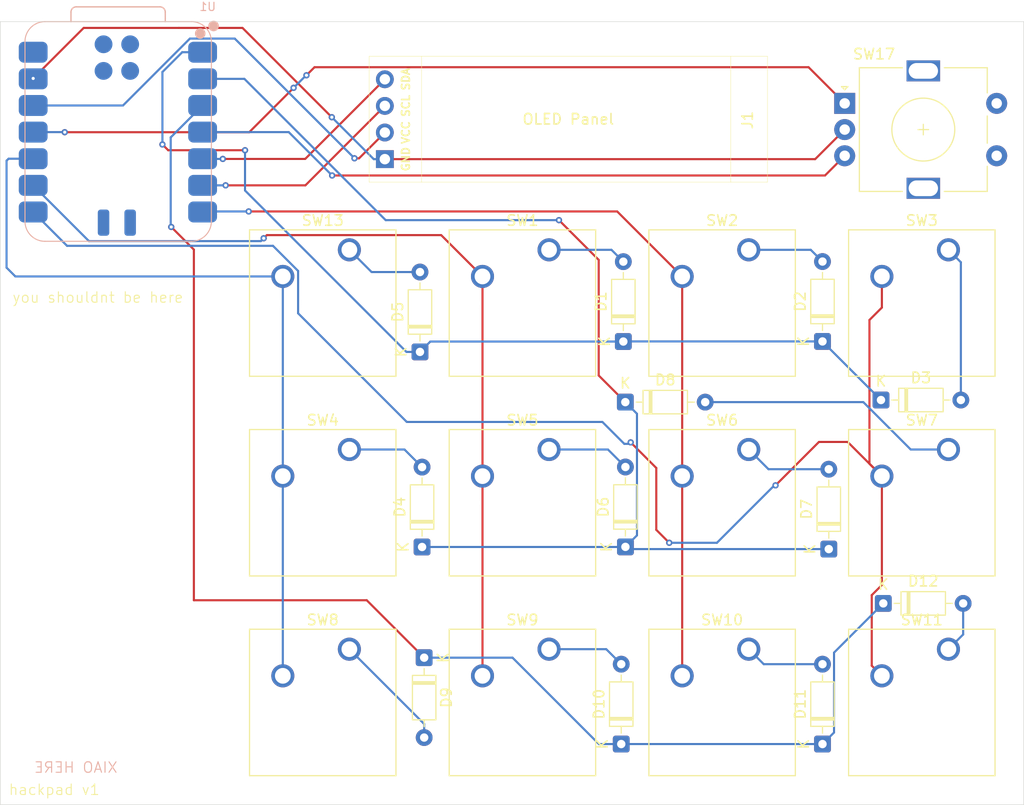
<source format=kicad_pcb>
(kicad_pcb (version 20241229) (generator "pcbnew") (generator_version "9.0")
  (layers (0 "F.Cu" signal) (2 "B.Cu" signal) (13 "F.Paste" user) (15 "B.Paste" user) (5 "F.SilkS" user "F.Silkscreen") (7 "B.SilkS" user "B.Silkscreen") (1 "F.Mask" user) (3 "B.Mask" user) (25 "Edge.Cuts" user))
  (net 0 "")
  (net 1 "Net-(D1-K)")
  (net 2 "Net-(D1-A)")
  (net 3 "Net-(D2-A)")
  (net 4 "Net-(D3-A)")
  (net 5 "Net-(D4-A)")
  (net 6 "Net-(D4-K)")
  (net 7 "Net-(D5-A)")
  (net 8 "Net-(D6-A)")
  (net 9 "Net-(D7-A)")
  (net 10 "Net-(D8-A)")
  (net 11 "Net-(D9-A)")
  (net 12 "Net-(D10-K)")
  (net 13 "Net-(D10-A)")
  (net 14 "Net-(D11-A)")
  (net 15 "Net-(D12-A)")
  (net 16 "SCL")
  (net 17 "+3.3V")
  (net 18 "GND")
  (net 19 "SDA")
  (net 20 "Net-(U1-GPIO2_D8_SCK)")
  (net 21 "Net-(U1-GPIO0_D6_TX)")
  (net 22 "Net-(U1-GPIO1_D7_CSn_RX)")
  (net 23 "Net-(U1-GPIO4_D9_MISO)")
  (net 24 "Net-(U1-GPIO3_D10_MOSI)")
  (net 25 "Net-(U1-GPIO29_A3_D3)")
  (net 26 "+5V")
  (footprint "Diode_THT:D_DO-35_SOD27_P7.62mm_Horizontal" (layer "F.Cu") (at 133.4 99.22 90)
    (property "Reference" "D11" (at 3.81 -2.12 90) (layer "F.SilkS"))
    (property "Value" "1N4148")
    (fp_line (start 2.53 -1.12) (end 2.53 1.12) (stroke (width 0.12)) (layer "F.SilkS"))
    (fp_line (start 2.41 -1.12) (end 2.41 1.12) (stroke (width 0.12)) (layer "F.SilkS"))
    (fp_line (start 2.29 -1.12) (end 2.29 1.12) (stroke (width 0.12)) (layer "F.SilkS"))
    (fp_line (start 6.58 0) (end 5.93 0) (stroke (width 0.12)) (layer "F.SilkS"))
    (fp_line (start 1.04 0) (end 1.69 0) (stroke (width 0.12)) (layer "F.SilkS"))
    (fp_rect (start 1.69 -1.12) (end 5.93 1.12) (stroke (width 0.12)) (fill no) (layer "F.SilkS"))
    (fp_text user "K" (at 0 -1.8 90) (layer "F.SilkS"))
    (pad "1" thru_hole roundrect (at 0 0 90) (size 1.6 1.6) (drill 0.8) (layers "*.Cu" "*.Mask") (roundrect_rratio 0.15625) (net 12 "Net-(D10-K)"))
    (pad "2" thru_hole circle (at 7.62 0 90) (size 1.6 1.6) (drill 0.8) (layers "*.Cu" "*.Mask") (net 14 "Net-(D11-A)"))
  )
  (footprint "Button_Switch_Keyboard:SW_Cherry_MX_1.00u_PCB" (layer "F.Cu") (at 107.315 90.17)
    (property "Reference" "SW9" (at -2.54 -2.794 0) (layer "F.SilkS"))
    (property "Value" "SW_Push")
    (fp_line (start -9.525 -1.905) (end 4.445 -1.905) (stroke (width 0.12)) (layer "F.SilkS"))
    (fp_line (start -9.525 12.065) (end -9.525 -1.905) (stroke (width 0.12)) (layer "F.SilkS"))
    (fp_line (start 4.445 -1.905) (end 4.445 12.065) (stroke (width 0.12)) (layer "F.SilkS"))
    (fp_line (start 4.445 12.065) (end -9.525 12.065) (stroke (width 0.12)) (layer "F.SilkS"))
    (pad "" np_thru_hole circle (at -7.62 5.08) (size 1.7 1.7) (drill 1.7) (layers "*.Cu" "*.Mask"))
    (pad "" np_thru_hole circle (at -2.54 5.08) (size 4 4) (drill 4) (layers "*.Cu" "*.Mask"))
    (pad "" np_thru_hole circle (at 2.54 5.08) (size 1.7 1.7) (drill 1.7) (layers "*.Cu" "*.Mask"))
    (pad "1" thru_hole circle (at 0 0) (size 2.2 2.2) (drill 1.5) (layers "*.Cu" "*.Mask") (net 13 "Net-(D10-A)"))
    (pad "2" thru_hole circle (at -6.35 2.54) (size 2.2 2.2) (drill 1.5) (layers "*.Cu" "*.Mask") (net 20 "Net-(U1-GPIO2_D8_SCK)"))
  )
  (footprint "Diode_THT:D_DO-35_SOD27_P7.62mm_Horizontal" (layer "F.Cu") (at 114.4 60.82 90)
    (property "Reference" "D1" (at 3.81 -2.12 90) (layer "F.SilkS"))
    (property "Value" "1N4148")
    (fp_line (start 2.53 -1.12) (end 2.53 1.12) (stroke (width 0.12)) (layer "F.SilkS"))
    (fp_line (start 2.41 -1.12) (end 2.41 1.12) (stroke (width 0.12)) (layer "F.SilkS"))
    (fp_line (start 2.29 -1.12) (end 2.29 1.12) (stroke (width 0.12)) (layer "F.SilkS"))
    (fp_line (start 6.58 0) (end 5.93 0) (stroke (width 0.12)) (layer "F.SilkS"))
    (fp_line (start 1.04 0) (end 1.69 0) (stroke (width 0.12)) (layer "F.SilkS"))
    (fp_rect (start 1.69 -1.12) (end 5.93 1.12) (stroke (width 0.12)) (fill no) (layer "F.SilkS"))
    (fp_text user "K" (at 0 -1.8 90) (layer "F.SilkS"))
    (pad "1" thru_hole roundrect (at 0 0 90) (size 1.6 1.6) (drill 0.8) (layers "*.Cu" "*.Mask") (roundrect_rratio 0.15625) (net 1 "Net-(D1-K)"))
    (pad "2" thru_hole circle (at 7.62 0 90) (size 1.6 1.6) (drill 0.8) (layers "*.Cu" "*.Mask") (net 2 "Net-(D1-A)"))
  )
  (footprint "Button_Switch_Keyboard:SW_Cherry_MX_1.00u_PCB" (layer "F.Cu") (at 145.415 52.07)
    (property "Reference" "SW3" (at -2.54 -2.794 0) (layer "F.SilkS"))
    (property "Value" "SW_Push")
    (fp_line (start -9.525 -1.905) (end 4.445 -1.905) (stroke (width 0.12)) (layer "F.SilkS"))
    (fp_line (start -9.525 12.065) (end -9.525 -1.905) (stroke (width 0.12)) (layer "F.SilkS"))
    (fp_line (start 4.445 -1.905) (end 4.445 12.065) (stroke (width 0.12)) (layer "F.SilkS"))
    (fp_line (start 4.445 12.065) (end -9.525 12.065) (stroke (width 0.12)) (layer "F.SilkS"))
    (pad "" np_thru_hole circle (at -7.62 5.08) (size 1.7 1.7) (drill 1.7) (layers "*.Cu" "*.Mask"))
    (pad "" np_thru_hole circle (at -2.54 5.08) (size 4 4) (drill 4) (layers "*.Cu" "*.Mask"))
    (pad "" np_thru_hole circle (at 2.54 5.08) (size 1.7 1.7) (drill 1.7) (layers "*.Cu" "*.Mask"))
    (pad "1" thru_hole circle (at 0 0) (size 2.2 2.2) (drill 1.5) (layers "*.Cu" "*.Mask") (net 4 "Net-(D3-A)"))
    (pad "2" thru_hole circle (at -6.35 2.54) (size 2.2 2.2) (drill 1.5) (layers "*.Cu" "*.Mask") (net 22 "Net-(U1-GPIO1_D7_CSn_RX)"))
  )
  (footprint "Diode_THT:D_DO-35_SOD27_P7.62mm_Horizontal" (layer "F.Cu") (at 95.2 80.42 90)
    (property "Reference" "D4" (at 3.81 -2.12 90) (layer "F.SilkS"))
    (property "Value" "1N4148")
    (fp_line (start 2.53 -1.12) (end 2.53 1.12) (stroke (width 0.12)) (layer "F.SilkS"))
    (fp_line (start 2.41 -1.12) (end 2.41 1.12) (stroke (width 0.12)) (layer "F.SilkS"))
    (fp_line (start 2.29 -1.12) (end 2.29 1.12) (stroke (width 0.12)) (layer "F.SilkS"))
    (fp_line (start 6.58 0) (end 5.93 0) (stroke (width 0.12)) (layer "F.SilkS"))
    (fp_line (start 1.04 0) (end 1.69 0) (stroke (width 0.12)) (layer "F.SilkS"))
    (fp_rect (start 1.69 -1.12) (end 5.93 1.12) (stroke (width 0.12)) (fill no) (layer "F.SilkS"))
    (fp_text user "K" (at 0 -1.8 90) (layer "F.SilkS"))
    (pad "1" thru_hole roundrect (at 0 0 90) (size 1.6 1.6) (drill 0.8) (layers "*.Cu" "*.Mask") (roundrect_rratio 0.15625) (net 6 "Net-(D4-K)"))
    (pad "2" thru_hole circle (at 7.62 0 90) (size 1.6 1.6) (drill 0.8) (layers "*.Cu" "*.Mask") (net 5 "Net-(D4-A)"))
  )
  (footprint "Diode_THT:D_DO-35_SOD27_P7.62mm_Horizontal" (layer "F.Cu") (at 133.4 60.81 90)
    (property "Reference" "D2" (at 3.81 -2.12 90) (layer "F.SilkS"))
    (property "Value" "1N4148")
    (fp_line (start 2.53 -1.12) (end 2.53 1.12) (stroke (width 0.12)) (layer "F.SilkS"))
    (fp_line (start 2.41 -1.12) (end 2.41 1.12) (stroke (width 0.12)) (layer "F.SilkS"))
    (fp_line (start 2.29 -1.12) (end 2.29 1.12) (stroke (width 0.12)) (layer "F.SilkS"))
    (fp_line (start 6.58 0) (end 5.93 0) (stroke (width 0.12)) (layer "F.SilkS"))
    (fp_line (start 1.04 0) (end 1.69 0) (stroke (width 0.12)) (layer "F.SilkS"))
    (fp_rect (start 1.69 -1.12) (end 5.93 1.12) (stroke (width 0.12)) (fill no) (layer "F.SilkS"))
    (fp_text user "K" (at 0 -1.8 90) (layer "F.SilkS"))
    (pad "1" thru_hole roundrect (at 0 0 90) (size 1.6 1.6) (drill 0.8) (layers "*.Cu" "*.Mask") (roundrect_rratio 0.15625) (net 1 "Net-(D1-K)"))
    (pad "2" thru_hole circle (at 7.62 0 90) (size 1.6 1.6) (drill 0.8) (layers "*.Cu" "*.Mask") (net 3 "Net-(D2-A)"))
  )
  (footprint "Button_Switch_Keyboard:SW_Cherry_MX_1.00u_PCB" (layer "F.Cu") (at 88.265 52.07)
    (property "Reference" "SW13" (at -2.54 -2.794 0) (layer "F.SilkS"))
    (property "Value" "SW_Push")
    (fp_line (start -9.525 -1.905) (end 4.445 -1.905) (stroke (width 0.12)) (layer "F.SilkS"))
    (fp_line (start -9.525 12.065) (end -9.525 -1.905) (stroke (width 0.12)) (layer "F.SilkS"))
    (fp_line (start 4.445 -1.905) (end 4.445 12.065) (stroke (width 0.12)) (layer "F.SilkS"))
    (fp_line (start 4.445 12.065) (end -9.525 12.065) (stroke (width 0.12)) (layer "F.SilkS"))
    (pad "" np_thru_hole circle (at -7.62 5.08) (size 1.7 1.7) (drill 1.7) (layers "*.Cu" "*.Mask"))
    (pad "" np_thru_hole circle (at -2.54 5.08) (size 4 4) (drill 4) (layers "*.Cu" "*.Mask"))
    (pad "" np_thru_hole circle (at 2.54 5.08) (size 1.7 1.7) (drill 1.7) (layers "*.Cu" "*.Mask"))
    (pad "1" thru_hole circle (at 0 0) (size 2.2 2.2) (drill 1.5) (layers "*.Cu" "*.Mask") (net 7 "Net-(D5-A)"))
    (pad "2" thru_hole circle (at -6.35 2.54) (size 2.2 2.2) (drill 1.5) (layers "*.Cu" "*.Mask") (net 23 "Net-(U1-GPIO4_D9_MISO)"))
  )
  (footprint "Diode_THT:D_DO-35_SOD27_P7.62mm_Horizontal" (layer "F.Cu") (at 114.2 99.22 90)
    (property "Reference" "D10" (at 3.81 -2.12 90) (layer "F.SilkS"))
    (property "Value" "1N4148")
    (fp_line (start 2.53 -1.12) (end 2.53 1.12) (stroke (width 0.12)) (layer "F.SilkS"))
    (fp_line (start 2.41 -1.12) (end 2.41 1.12) (stroke (width 0.12)) (layer "F.SilkS"))
    (fp_line (start 2.29 -1.12) (end 2.29 1.12) (stroke (width 0.12)) (layer "F.SilkS"))
    (fp_line (start 6.58 0) (end 5.93 0) (stroke (width 0.12)) (layer "F.SilkS"))
    (fp_line (start 1.04 0) (end 1.69 0) (stroke (width 0.12)) (layer "F.SilkS"))
    (fp_rect (start 1.69 -1.12) (end 5.93 1.12) (stroke (width 0.12)) (fill no) (layer "F.SilkS"))
    (fp_text user "K" (at 0 -1.8 90) (layer "F.SilkS"))
    (pad "1" thru_hole roundrect (at 0 0 90) (size 1.6 1.6) (drill 0.8) (layers "*.Cu" "*.Mask") (roundrect_rratio 0.15625) (net 12 "Net-(D10-K)"))
    (pad "2" thru_hole circle (at 7.62 0 90) (size 1.6 1.6) (drill 0.8) (layers "*.Cu" "*.Mask") (net 13 "Net-(D10-A)"))
  )
  (footprint "Diode_THT:D_DO-35_SOD27_P7.62mm_Horizontal" (layer "F.Cu") (at 114.6 80.41 90)
    (property "Reference" "D6" (at 3.81 -2.12 90) (layer "F.SilkS"))
    (property "Value" "1N4148")
    (fp_line (start 2.53 -1.12) (end 2.53 1.12) (stroke (width 0.12)) (layer "F.SilkS"))
    (fp_line (start 2.41 -1.12) (end 2.41 1.12) (stroke (width 0.12)) (layer "F.SilkS"))
    (fp_line (start 2.29 -1.12) (end 2.29 1.12) (stroke (width 0.12)) (layer "F.SilkS"))
    (fp_line (start 6.58 0) (end 5.93 0) (stroke (width 0.12)) (layer "F.SilkS"))
    (fp_line (start 1.04 0) (end 1.69 0) (stroke (width 0.12)) (layer "F.SilkS"))
    (fp_rect (start 1.69 -1.12) (end 5.93 1.12) (stroke (width 0.12)) (fill no) (layer "F.SilkS"))
    (fp_text user "K" (at 0 -1.8 90) (layer "F.SilkS"))
    (pad "1" thru_hole roundrect (at 0 0 90) (size 1.6 1.6) (drill 0.8) (layers "*.Cu" "*.Mask") (roundrect_rratio 0.15625) (net 6 "Net-(D4-K)"))
    (pad "2" thru_hole circle (at 7.62 0 90) (size 1.6 1.6) (drill 0.8) (layers "*.Cu" "*.Mask") (net 8 "Net-(D6-A)"))
  )
  (footprint "Button_Switch_Keyboard:SW_Cherry_MX_1.00u_PCB" (layer "F.Cu") (at 107.315 71.12)
    (property "Reference" "SW5" (at -2.54 -2.794 0) (layer "F.SilkS"))
    (property "Value" "SW_Push")
    (fp_line (start -9.525 -1.905) (end 4.445 -1.905) (stroke (width 0.12)) (layer "F.SilkS"))
    (fp_line (start -9.525 12.065) (end -9.525 -1.905) (stroke (width 0.12)) (layer "F.SilkS"))
    (fp_line (start 4.445 -1.905) (end 4.445 12.065) (stroke (width 0.12)) (layer "F.SilkS"))
    (fp_line (start 4.445 12.065) (end -9.525 12.065) (stroke (width 0.12)) (layer "F.SilkS"))
    (pad "" np_thru_hole circle (at -7.62 5.08) (size 1.7 1.7) (drill 1.7) (layers "*.Cu" "*.Mask"))
    (pad "" np_thru_hole circle (at -2.54 5.08) (size 4 4) (drill 4) (layers "*.Cu" "*.Mask"))
    (pad "" np_thru_hole circle (at 2.54 5.08) (size 1.7 1.7) (drill 1.7) (layers "*.Cu" "*.Mask"))
    (pad "1" thru_hole circle (at 0 0) (size 2.2 2.2) (drill 1.5) (layers "*.Cu" "*.Mask") (net 8 "Net-(D6-A)"))
    (pad "2" thru_hole circle (at -6.35 2.54) (size 2.2 2.2) (drill 1.5) (layers "*.Cu" "*.Mask") (net 20 "Net-(U1-GPIO2_D8_SCK)"))
  )
  (footprint "Diode_THT:D_DO-35_SOD27_P7.62mm_Horizontal" (layer "F.Cu") (at 95.4 90.98 -90)
    (property "Reference" "D9" (at 3.81 -2.12 90) (layer "F.SilkS"))
    (property "Value" "1N4148")
    (fp_line (start 1.04 0) (end 1.69 0) (stroke (width 0.12)) (layer "F.SilkS"))
    (fp_line (start 6.58 0) (end 5.93 0) (stroke (width 0.12)) (layer "F.SilkS"))
    (fp_line (start 2.29 -1.12) (end 2.29 1.12) (stroke (width 0.12)) (layer "F.SilkS"))
    (fp_line (start 2.41 -1.12) (end 2.41 1.12) (stroke (width 0.12)) (layer "F.SilkS"))
    (fp_line (start 2.53 -1.12) (end 2.53 1.12) (stroke (width 0.12)) (layer "F.SilkS"))
    (fp_rect (start 1.69 -1.12) (end 5.93 1.12) (stroke (width 0.12)) (fill no) (layer "F.SilkS"))
    (fp_text user "K" (at 0 -1.8 90) (layer "F.SilkS"))
    (pad "1" thru_hole roundrect (at 0 0 270) (size 1.6 1.6) (drill 0.8) (layers "*.Cu" "*.Mask") (roundrect_rratio 0.15625) (net 12 "Net-(D10-K)"))
    (pad "2" thru_hole circle (at 7.62 0 270) (size 1.6 1.6) (drill 0.8) (layers "*.Cu" "*.Mask") (net 11 "Net-(D9-A)"))
  )
  (footprint "Button_Switch_Keyboard:SW_Cherry_MX_1.00u_PCB" (layer "F.Cu") (at 126.365 52.07)
    (property "Reference" "SW2" (at -2.54 -2.794 0) (layer "F.SilkS"))
    (property "Value" "SW_Push")
    (fp_line (start -9.525 -1.905) (end 4.445 -1.905) (stroke (width 0.12)) (layer "F.SilkS"))
    (fp_line (start -9.525 12.065) (end -9.525 -1.905) (stroke (width 0.12)) (layer "F.SilkS"))
    (fp_line (start 4.445 -1.905) (end 4.445 12.065) (stroke (width 0.12)) (layer "F.SilkS"))
    (fp_line (start 4.445 12.065) (end -9.525 12.065) (stroke (width 0.12)) (layer "F.SilkS"))
    (pad "" np_thru_hole circle (at -7.62 5.08) (size 1.7 1.7) (drill 1.7) (layers "*.Cu" "*.Mask"))
    (pad "" np_thru_hole circle (at -2.54 5.08) (size 4 4) (drill 4) (layers "*.Cu" "*.Mask"))
    (pad "" np_thru_hole circle (at 2.54 5.08) (size 1.7 1.7) (drill 1.7) (layers "*.Cu" "*.Mask"))
    (pad "1" thru_hole circle (at 0 0) (size 2.2 2.2) (drill 1.5) (layers "*.Cu" "*.Mask") (net 3 "Net-(D2-A)"))
    (pad "2" thru_hole circle (at -6.35 2.54) (size 2.2 2.2) (drill 1.5) (layers "*.Cu" "*.Mask") (net 21 "Net-(U1-GPIO0_D6_TX)"))
  )
  (footprint "Button_Switch_Keyboard:SW_Cherry_MX_1.00u_PCB" (layer "F.Cu") (at 126.365 71.12)
    (property "Reference" "SW6" (at -2.54 -2.794 0) (layer "F.SilkS"))
    (property "Value" "SW_Push")
    (fp_line (start -9.525 -1.905) (end 4.445 -1.905) (stroke (width 0.12)) (layer "F.SilkS"))
    (fp_line (start -9.525 12.065) (end -9.525 -1.905) (stroke (width 0.12)) (layer "F.SilkS"))
    (fp_line (start 4.445 -1.905) (end 4.445 12.065) (stroke (width 0.12)) (layer "F.SilkS"))
    (fp_line (start 4.445 12.065) (end -9.525 12.065) (stroke (width 0.12)) (layer "F.SilkS"))
    (pad "" np_thru_hole circle (at -7.62 5.08) (size 1.7 1.7) (drill 1.7) (layers "*.Cu" "*.Mask"))
    (pad "" np_thru_hole circle (at -2.54 5.08) (size 4 4) (drill 4) (layers "*.Cu" "*.Mask"))
    (pad "" np_thru_hole circle (at 2.54 5.08) (size 1.7 1.7) (drill 1.7) (layers "*.Cu" "*.Mask"))
    (pad "1" thru_hole circle (at 0 0) (size 2.2 2.2) (drill 1.5) (layers "*.Cu" "*.Mask") (net 9 "Net-(D7-A)"))
    (pad "2" thru_hole circle (at -6.35 2.54) (size 2.2 2.2) (drill 1.5) (layers "*.Cu" "*.Mask") (net 21 "Net-(U1-GPIO0_D6_TX)"))
  )
  (footprint "Diode_THT:D_DO-35_SOD27_P7.62mm_Horizontal" (layer "F.Cu") (at 134 80.62 90)
    (property "Reference" "D7" (at 3.81 -2.12 90) (layer "F.SilkS"))
    (property "Value" "1N4148")
    (fp_line (start 2.53 -1.12) (end 2.53 1.12) (stroke (width 0.12)) (layer "F.SilkS"))
    (fp_line (start 2.41 -1.12) (end 2.41 1.12) (stroke (width 0.12)) (layer "F.SilkS"))
    (fp_line (start 2.29 -1.12) (end 2.29 1.12) (stroke (width 0.12)) (layer "F.SilkS"))
    (fp_line (start 6.58 0) (end 5.93 0) (stroke (width 0.12)) (layer "F.SilkS"))
    (fp_line (start 1.04 0) (end 1.69 0) (stroke (width 0.12)) (layer "F.SilkS"))
    (fp_rect (start 1.69 -1.12) (end 5.93 1.12) (stroke (width 0.12)) (fill no) (layer "F.SilkS"))
    (fp_text user "K" (at 0 -1.8 90) (layer "F.SilkS"))
    (pad "1" thru_hole roundrect (at 0 0 90) (size 1.6 1.6) (drill 0.8) (layers "*.Cu" "*.Mask") (roundrect_rratio 0.15625) (net 6 "Net-(D4-K)"))
    (pad "2" thru_hole circle (at 7.62 0 90) (size 1.6 1.6) (drill 0.8) (layers "*.Cu" "*.Mask") (net 9 "Net-(D7-A)"))
  )
  (footprint "Button_Switch_Keyboard:SW_Cherry_MX_1.00u_PCB" (layer "F.Cu") (at 88.265 90.17)
    (property "Reference" "SW8" (at -2.54 -2.794 0) (layer "F.SilkS"))
    (property "Value" "SW_Push")
    (fp_line (start -9.525 -1.905) (end 4.445 -1.905) (stroke (width 0.12)) (layer "F.SilkS"))
    (fp_line (start -9.525 12.065) (end -9.525 -1.905) (stroke (width 0.12)) (layer "F.SilkS"))
    (fp_line (start 4.445 -1.905) (end 4.445 12.065) (stroke (width 0.12)) (layer "F.SilkS"))
    (fp_line (start 4.445 12.065) (end -9.525 12.065) (stroke (width 0.12)) (layer "F.SilkS"))
    (pad "" np_thru_hole circle (at -7.62 5.08) (size 1.7 1.7) (drill 1.7) (layers "*.Cu" "*.Mask"))
    (pad "" np_thru_hole circle (at -2.54 5.08) (size 4 4) (drill 4) (layers "*.Cu" "*.Mask"))
    (pad "" np_thru_hole circle (at 2.54 5.08) (size 1.7 1.7) (drill 1.7) (layers "*.Cu" "*.Mask"))
    (pad "1" thru_hole circle (at 0 0) (size 2.2 2.2) (drill 1.5) (layers "*.Cu" "*.Mask") (net 11 "Net-(D9-A)"))
    (pad "2" thru_hole circle (at -6.35 2.54) (size 2.2 2.2) (drill 1.5) (layers "*.Cu" "*.Mask") (net 23 "Net-(U1-GPIO4_D9_MISO)"))
  )
  (footprint "Diode_THT:D_DO-35_SOD27_P7.62mm_Horizontal" (layer "F.Cu") (at 139.2 85.8)
    (property "Reference" "D12" (at 3.81 -2.12 0) (layer "F.SilkS"))
    (property "Value" "1N4148")
    (fp_line (start 1.04 0) (end 1.69 0) (stroke (width 0.12)) (layer "F.SilkS"))
    (fp_line (start 2.29 -1.12) (end 2.29 1.12) (stroke (width 0.12)) (layer "F.SilkS"))
    (fp_line (start 2.41 -1.12) (end 2.41 1.12) (stroke (width 0.12)) (layer "F.SilkS"))
    (fp_line (start 2.53 -1.12) (end 2.53 1.12) (stroke (width 0.12)) (layer "F.SilkS"))
    (fp_line (start 6.58 0) (end 5.93 0) (stroke (width 0.12)) (layer "F.SilkS"))
    (fp_rect (start 1.69 -1.12) (end 5.93 1.12) (stroke (width 0.12)) (fill no) (layer "F.SilkS"))
    (fp_text user "K" (at 0 -1.8 0) (layer "F.SilkS"))
    (pad "1" thru_hole roundrect (at 0 0) (size 1.6 1.6) (drill 0.8) (layers "*.Cu" "*.Mask") (roundrect_rratio 0.15625) (net 12 "Net-(D10-K)"))
    (pad "2" thru_hole circle (at 7.62 0) (size 1.6 1.6) (drill 0.8) (layers "*.Cu" "*.Mask") (net 15 "Net-(D12-A)"))
  )
  (footprint "ff:SSD1306-0.91-OLED-4pin-128x32" (layer "F.Cu") (at 128.15 45.61 180)
    (property "Reference" "J1" (at 1.9 5.91 90) (layer "F.SilkS"))
    (property "Value" "Conn_01x04_Pin")
    (fp_line (start 38 12) (end 38 0) (stroke (width 0.04)) (layer "F.SilkS"))
    (fp_line (start 38 0) (end 0 0) (stroke (width 0.04)) (layer "F.SilkS"))
    (fp_line (start 33 0) (end 33 12) (stroke (width 0.04)) (layer "F.SilkS"))
    (fp_line (start 3.5 0) (end 3.5 12) (stroke (width 0.04)) (layer "F.SilkS"))
    (fp_line (start 0 12) (end 38 12) (stroke (width 0.04)) (layer "F.SilkS"))
    (fp_line (start 0 0) (end 0 12) (stroke (width 0.04)) (layer "F.SilkS"))
    (fp_text user "GND" (at 34.5 2.19 90) (layer "F.SilkS") (effects (font (size 0.75 0.75))))
    (fp_text user "OLED Panel" (at 19 6 0) (layer "F.SilkS"))
    (fp_text user "SCL" (at 34.5 7.27 90) (layer "F.SilkS") (effects (font (size 0.75 0.75))))
    (fp_text user "VCC" (at 34.5 4.73 90) (layer "F.SilkS") (effects (font (size 0.75 0.75))))
    (fp_text user "SDA" (at 34.5 9.81 90) (layer "F.SilkS") (effects (font (size 0.75 0.75))))
    (pad "1" thru_hole rect (at 36.5 2.19 180) (size 1.7 1.7) (drill 1) (layers "*.Cu" "*.Mask") (net 18 "GND"))
    (pad "2" thru_hole oval (at 36.5 4.73 180) (size 1.7 1.7) (drill 1) (layers "*.Cu" "*.Mask") (net 17 "+3.3V"))
    (pad "3" thru_hole oval (at 36.5 7.27 180) (size 1.7 1.7) (drill 1) (layers "*.Cu" "*.Mask") (net 16 "SCL"))
    (pad "4" thru_hole oval (at 36.5 9.81 180) (size 1.7 1.7) (drill 1) (layers "*.Cu" "*.Mask") (net 19 "SDA"))
  )
  (footprint "Button_Switch_Keyboard:SW_Cherry_MX_1.00u_PCB" (layer "F.Cu") (at 145.415 90.17)
    (property "Reference" "SW11" (at -2.54 -2.794 0) (layer "F.SilkS"))
    (property "Value" "SW_Push")
    (fp_line (start -9.525 -1.905) (end 4.445 -1.905) (stroke (width 0.12)) (layer "F.SilkS"))
    (fp_line (start -9.525 12.065) (end -9.525 -1.905) (stroke (width 0.12)) (layer "F.SilkS"))
    (fp_line (start 4.445 -1.905) (end 4.445 12.065) (stroke (width 0.12)) (layer "F.SilkS"))
    (fp_line (start 4.445 12.065) (end -9.525 12.065) (stroke (width 0.12)) (layer "F.SilkS"))
    (pad "" np_thru_hole circle (at -7.62 5.08) (size 1.7 1.7) (drill 1.7) (layers "*.Cu" "*.Mask"))
    (pad "" np_thru_hole circle (at -2.54 5.08) (size 4 4) (drill 4) (layers "*.Cu" "*.Mask"))
    (pad "" np_thru_hole circle (at 2.54 5.08) (size 1.7 1.7) (drill 1.7) (layers "*.Cu" "*.Mask"))
    (pad "1" thru_hole circle (at 0 0) (size 2.2 2.2) (drill 1.5) (layers "*.Cu" "*.Mask") (net 15 "Net-(D12-A)"))
    (pad "2" thru_hole circle (at -6.35 2.54) (size 2.2 2.2) (drill 1.5) (layers "*.Cu" "*.Mask") (net 22 "Net-(U1-GPIO1_D7_CSn_RX)"))
  )
  (footprint "Diode_THT:D_DO-35_SOD27_P7.62mm_Horizontal" (layer "F.Cu") (at 114.59 66.6)
    (property "Reference" "D8" (at 3.81 -2.12 0) (layer "F.SilkS"))
    (property "Value" "1N4148")
    (fp_line (start 1.04 0) (end 1.69 0) (stroke (width 0.12)) (layer "F.SilkS"))
    (fp_line (start 2.29 -1.12) (end 2.29 1.12) (stroke (width 0.12)) (layer "F.SilkS"))
    (fp_line (start 2.41 -1.12) (end 2.41 1.12) (stroke (width 0.12)) (layer "F.SilkS"))
    (fp_line (start 2.53 -1.12) (end 2.53 1.12) (stroke (width 0.12)) (layer "F.SilkS"))
    (fp_line (start 6.58 0) (end 5.93 0) (stroke (width 0.12)) (layer "F.SilkS"))
    (fp_rect (start 1.69 -1.12) (end 5.93 1.12) (stroke (width 0.12)) (fill no) (layer "F.SilkS"))
    (fp_text user "K" (at 0 -1.8 0) (layer "F.SilkS"))
    (pad "1" thru_hole roundrect (at 0 0) (size 1.6 1.6) (drill 0.8) (layers "*.Cu" "*.Mask") (roundrect_rratio 0.15625) (net 6 "Net-(D4-K)"))
    (pad "2" thru_hole circle (at 7.62 0) (size 1.6 1.6) (drill 0.8) (layers "*.Cu" "*.Mask") (net 10 "Net-(D8-A)"))
  )
  (footprint "Diode_THT:D_DO-35_SOD27_P7.62mm_Horizontal" (layer "F.Cu") (at 95 61.81 90)
    (property "Reference" "D5" (at 3.81 -2.12 90) (layer "F.SilkS"))
    (property "Value" "1N4148")
    (fp_line (start 2.53 -1.12) (end 2.53 1.12) (stroke (width 0.12)) (layer "F.SilkS"))
    (fp_line (start 2.41 -1.12) (end 2.41 1.12) (stroke (width 0.12)) (layer "F.SilkS"))
    (fp_line (start 2.29 -1.12) (end 2.29 1.12) (stroke (width 0.12)) (layer "F.SilkS"))
    (fp_line (start 6.58 0) (end 5.93 0) (stroke (width 0.12)) (layer "F.SilkS"))
    (fp_line (start 1.04 0) (end 1.69 0) (stroke (width 0.12)) (layer "F.SilkS"))
    (fp_rect (start 1.69 -1.12) (end 5.93 1.12) (stroke (width 0.12)) (fill no) (layer "F.SilkS"))
    (fp_text user "K" (at 0 -1.8 90) (layer "F.SilkS"))
    (pad "1" thru_hole roundrect (at 0 0 90) (size 1.6 1.6) (drill 0.8) (layers "*.Cu" "*.Mask") (roundrect_rratio 0.15625) (net 1 "Net-(D1-K)"))
    (pad "2" thru_hole circle (at 7.62 0 90) (size 1.6 1.6) (drill 0.8) (layers "*.Cu" "*.Mask") (net 7 "Net-(D5-A)"))
  )
  (footprint "Diode_THT:D_DO-35_SOD27_P7.62mm_Horizontal" (layer "F.Cu") (at 138.98 66.4)
    (property "Reference" "D3" (at 3.81 -2.12 0) (layer "F.SilkS"))
    (property "Value" "1N4148")
    (fp_line (start 1.04 0) (end 1.69 0) (stroke (width 0.12)) (layer "F.SilkS"))
    (fp_line (start 2.29 -1.12) (end 2.29 1.12) (stroke (width 0.12)) (layer "F.SilkS"))
    (fp_line (start 2.41 -1.12) (end 2.41 1.12) (stroke (width 0.12)) (layer "F.SilkS"))
    (fp_line (start 2.53 -1.12) (end 2.53 1.12) (stroke (width 0.12)) (layer "F.SilkS"))
    (fp_line (start 6.58 0) (end 5.93 0) (stroke (width 0.12)) (layer "F.SilkS"))
    (fp_rect (start 1.69 -1.12) (end 5.93 1.12) (stroke (width 0.12)) (fill no) (layer "F.SilkS"))
    (fp_text user "K" (at 0 -1.8 0) (layer "F.SilkS"))
    (pad "1" thru_hole roundrect (at 0 0) (size 1.6 1.6) (drill 0.8) (layers "*.Cu" "*.Mask") (roundrect_rratio 0.15625) (net 1 "Net-(D1-K)"))
    (pad "2" thru_hole circle (at 7.62 0) (size 1.6 1.6) (drill 0.8) (layers "*.Cu" "*.Mask") (net 4 "Net-(D3-A)"))
  )
  (footprint "Button_Switch_Keyboard:SW_Cherry_MX_1.00u_PCB" (layer "F.Cu") (at 88.265 71.12)
    (property "Reference" "SW4" (at -2.54 -2.794 0) (layer "F.SilkS"))
    (property "Value" "SW_Push")
    (fp_line (start -9.525 -1.905) (end 4.445 -1.905) (stroke (width 0.12)) (layer "F.SilkS"))
    (fp_line (start -9.525 12.065) (end -9.525 -1.905) (stroke (width 0.12)) (layer "F.SilkS"))
    (fp_line (start 4.445 -1.905) (end 4.445 12.065) (stroke (width 0.12)) (layer "F.SilkS"))
    (fp_line (start 4.445 12.065) (end -9.525 12.065) (stroke (width 0.12)) (layer "F.SilkS"))
    (pad "" np_thru_hole circle (at -7.62 5.08) (size 1.7 1.7) (drill 1.7) (layers "*.Cu" "*.Mask"))
    (pad "" np_thru_hole circle (at -2.54 5.08) (size 4 4) (drill 4) (layers "*.Cu" "*.Mask"))
    (pad "" np_thru_hole circle (at 2.54 5.08) (size 1.7 1.7) (drill 1.7) (layers "*.Cu" "*.Mask"))
    (pad "1" thru_hole circle (at 0 0) (size 2.2 2.2) (drill 1.5) (layers "*.Cu" "*.Mask") (net 5 "Net-(D4-A)"))
    (pad "2" thru_hole circle (at -6.35 2.54) (size 2.2 2.2) (drill 1.5) (layers "*.Cu" "*.Mask") (net 23 "Net-(U1-GPIO4_D9_MISO)"))
  )
  (footprint "Button_Switch_Keyboard:SW_Cherry_MX_1.00u_PCB" (layer "F.Cu") (at 126.365 90.17)
    (property "Reference" "SW10" (at -2.54 -2.794 0) (layer "F.SilkS"))
    (property "Value" "SW_Push")
    (fp_line (start -9.525 -1.905) (end 4.445 -1.905) (stroke (width 0.12)) (layer "F.SilkS"))
    (fp_line (start -9.525 12.065) (end -9.525 -1.905) (stroke (width 0.12)) (layer "F.SilkS"))
    (fp_line (start 4.445 -1.905) (end 4.445 12.065) (stroke (width 0.12)) (layer "F.SilkS"))
    (fp_line (start 4.445 12.065) (end -9.525 12.065) (stroke (width 0.12)) (layer "F.SilkS"))
    (pad "" np_thru_hole circle (at -7.62 5.08) (size 1.7 1.7) (drill 1.7) (layers "*.Cu" "*.Mask"))
    (pad "" np_thru_hole circle (at -2.54 5.08) (size 4 4) (drill 4) (layers "*.Cu" "*.Mask"))
    (pad "" np_thru_hole circle (at 2.54 5.08) (size 1.7 1.7) (drill 1.7) (layers "*.Cu" "*.Mask"))
    (pad "1" thru_hole circle (at 0 0) (size 2.2 2.2) (drill 1.5) (layers "*.Cu" "*.Mask") (net 14 "Net-(D11-A)"))
    (pad "2" thru_hole circle (at -6.35 2.54) (size 2.2 2.2) (drill 1.5) (layers "*.Cu" "*.Mask") (net 21 "Net-(U1-GPIO0_D6_TX)"))
  )
  (footprint "rew:RotaryEncoder_Alps_EC11E-Switch_Vertical_H20mm" (layer "F.Cu") (at 135.51875 38.1)
    (property "Reference" "SW17" (at 2.8 -4.7 0) (layer "F.SilkS"))
    (property "Value" "RotaryEncoder")
    (fp_line (start -0.3 -1.6) (end 0.3 -1.6) (stroke (width 0.12)) (layer "F.SilkS"))
    (fp_line (start 0 -1.3) (end -0.3 -1.6) (stroke (width 0.12)) (layer "F.SilkS"))
    (fp_line (start 0.3 -1.6) (end 0 -1.3) (stroke (width 0.12)) (layer "F.SilkS"))
    (fp_line (start 1.4 -3.4) (end 1.4 8.4) (stroke (width 0.12)) (layer "F.SilkS"))
    (fp_line (start 5.5 -3.4) (end 1.4 -3.4) (stroke (width 0.12)) (layer "F.SilkS"))
    (fp_line (start 5.5 8.4) (end 1.4 8.4) (stroke (width 0.12)) (layer "F.SilkS"))
    (fp_line (start 7 2.5) (end 8 2.5) (stroke (width 0.12)) (layer "F.SilkS"))
    (fp_line (start 7.5 2) (end 7.5 3) (stroke (width 0.12)) (layer "F.SilkS"))
    (fp_line (start 9.5 -3.4) (end 13.6 -3.4) (stroke (width 0.12)) (layer "F.SilkS"))
    (fp_line (start 13.6 -3.4) (end 13.6 -1) (stroke (width 0.12)) (layer "F.SilkS"))
    (fp_line (start 13.6 1.2) (end 13.6 3.8) (stroke (width 0.12)) (layer "F.SilkS"))
    (fp_line (start 13.6 6) (end 13.6 8.4) (stroke (width 0.12)) (layer "F.SilkS"))
    (fp_line (start 13.6 8.4) (end 9.5 8.4) (stroke (width 0.12)) (layer "F.SilkS"))
    (fp_circle (center 7.5 2.5) (end 10.5 2.5) (stroke (width 0.12)) (fill no) (layer "F.SilkS"))
    (pad "A" thru_hole rect (at 0 0) (size 2 2) (drill 1) (layers "*.Cu" "*.Mask") (net 24 "Net-(U1-GPIO3_D10_MOSI)"))
    (pad "B" thru_hole circle (at 0 5) (size 2 2) (drill 1) (layers "*.Cu" "*.Mask") (net 25 "Net-(U1-GPIO29_A3_D3)"))
    (pad "C" thru_hole circle (at 0 2.5) (size 2 2) (drill 1) (layers "*.Cu" "*.Mask") (net 18 "GND"))
    (pad "MP" thru_hole rect (at 7.5 -3.1) (size 3.2 2) (drill oval 2.8 1.5) (layers "*.Cu" "*.Mask"))
    (pad "MP" thru_hole rect (at 7.5 8.1) (size 3.2 2) (drill oval 2.8 1.5) (layers "*.Cu" "*.Mask"))
    (pad "S1" thru_hole circle (at 14.5 5) (size 2 2) (drill 1) (layers "*.Cu" "*.Mask"))
    (pad "S2" thru_hole circle (at 14.5 0) (size 2 2) (drill 1) (layers "*.Cu" "*.Mask"))
  )
  (footprint "Button_Switch_Keyboard:SW_Cherry_MX_1.00u_PCB" (layer "F.Cu") (at 145.415 71.12)
    (property "Reference" "SW7" (at -2.54 -2.794 0) (layer "F.SilkS"))
    (property "Value" "SW_Push")
    (fp_line (start -9.525 -1.905) (end 4.445 -1.905) (stroke (width 0.12)) (layer "F.SilkS"))
    (fp_line (start -9.525 12.065) (end -9.525 -1.905) (stroke (width 0.12)) (layer "F.SilkS"))
    (fp_line (start 4.445 -1.905) (end 4.445 12.065) (stroke (width 0.12)) (layer "F.SilkS"))
    (fp_line (start 4.445 12.065) (end -9.525 12.065) (stroke (width 0.12)) (layer "F.SilkS"))
    (pad "" np_thru_hole circle (at -7.62 5.08) (size 1.7 1.7) (drill 1.7) (layers "*.Cu" "*.Mask"))
    (pad "" np_thru_hole circle (at -2.54 5.08) (size 4 4) (drill 4) (layers "*.Cu" "*.Mask"))
    (pad "" np_thru_hole circle (at 2.54 5.08) (size 1.7 1.7) (drill 1.7) (layers "*.Cu" "*.Mask"))
    (pad "1" thru_hole circle (at 0 0) (size 2.2 2.2) (drill 1.5) (layers "*.Cu" "*.Mask") (net 10 "Net-(D8-A)"))
    (pad "2" thru_hole circle (at -6.35 2.54) (size 2.2 2.2) (drill 1.5) (layers "*.Cu" "*.Mask") (net 22 "Net-(U1-GPIO1_D7_CSn_RX)"))
  )
  (footprint "Button_Switch_Keyboard:SW_Cherry_MX_1.00u_PCB" (layer "F.Cu") (at 107.315 52.07)
    (property "Reference" "SW1" (at -2.54 -2.794 0) (layer "F.SilkS"))
    (property "Value" "SW_Push")
    (fp_line (start -9.525 -1.905) (end 4.445 -1.905) (stroke (width 0.12)) (layer "F.SilkS"))
    (fp_line (start -9.525 12.065) (end -9.525 -1.905) (stroke (width 0.12)) (layer "F.SilkS"))
    (fp_line (start 4.445 -1.905) (end 4.445 12.065) (stroke (width 0.12)) (layer "F.SilkS"))
    (fp_line (start 4.445 12.065) (end -9.525 12.065) (stroke (width 0.12)) (layer "F.SilkS"))
    (pad "" np_thru_hole circle (at -7.62 5.08) (size 1.7 1.7) (drill 1.7) (layers "*.Cu" "*.Mask"))
    (pad "" np_thru_hole circle (at -2.54 5.08) (size 4 4) (drill 4) (layers "*.Cu" "*.Mask"))
    (pad "" np_thru_hole circle (at 2.54 5.08) (size 1.7 1.7) (drill 1.7) (layers "*.Cu" "*.Mask"))
    (pad "1" thru_hole circle (at 0 0) (size 2.2 2.2) (drill 1.5) (layers "*.Cu" "*.Mask") (net 2 "Net-(D1-A)"))
    (pad "2" thru_hole circle (at -6.35 2.54) (size 2.2 2.2) (drill 1.5) (layers "*.Cu" "*.Mask") (net 20 "Net-(U1-GPIO2_D8_SCK)"))
  )
  (footprint "iyg:XIAO-RP2040-SMD" (layer "B.Cu") (at 66.2645 40.84025 180)
    (property "Reference" "U1" (at -9.335 11.5 0) (layer "B.SilkS") (effects (font (size 0.78232 0.78232) (thickness 0.10668)) (justify left bottom mirror)))
    (property "Value" "XIAO-RP2040-SMD")
    (fp_line (start 8.945 -8.513) (end 8.945 8.632) (stroke (width 0.1)) (layer "B.SilkS"))
    (fp_line (start 7.04 10.537) (end -6.93 10.537) (stroke (width 0.1)) (layer "B.SilkS"))
    (fp_line (start 4.559 11.447) (end 4.559 10.537) (stroke (width 0.127)) (layer "B.SilkS"))
    (fp_line (start -3.936272 11.947) (end 4.059 11.947) (stroke (width 0.127)) (layer "B.SilkS"))
    (fp_line (start -4.44 10.537) (end -4.436272 11.447272) (stroke (width 0.127)) (layer "B.SilkS"))
    (fp_line (start -6.93 -10.418) (end 7.04 -10.418) (stroke (width 0.1)) (layer "B.SilkS"))
    (fp_line (start -8.835 -8.513) (end -8.835 8.632) (stroke (width 0.1)) (layer "B.SilkS"))
    (fp_arc (start 8.945 8.632) (mid 8.387038 9.979038) (end 7.04 10.537) (stroke (width 0.1)) (layer "B.SilkS"))
    (fp_arc (start 7.04 -10.418) (mid 8.387038 -9.860038) (end 8.945 -8.513) (stroke (width 0.1)) (layer "B.SilkS"))
    (fp_arc (start 4.559 11.447) (mid 4.412553 11.800553) (end 4.059 11.947) (stroke (width 0.127)) (layer "B.SilkS"))
    (fp_arc (start -3.936272 11.947) (mid -4.289724 11.800644) (end -4.436272 11.447272) (stroke (width 0.127)) (layer "B.SilkS"))
    (fp_arc (start -6.93 10.541) (mid -8.277038 9.983038) (end -8.835 8.636) (stroke (width 0.1)) (layer "B.SilkS"))
    (fp_arc (start -8.835 -8.513) (mid -8.277038 -9.860038) (end -6.93 -10.418) (stroke (width 0.1)) (layer "B.SilkS"))
    (fp_circle (center -7.771 9.404) (end -7.771 9.658) (stroke (width 0.5)) (fill yes) (layer "B.SilkS"))
    (fp_circle (center -9.045 10.121) (end -9.045 10.375) (stroke (width 0.5)) (fill yes) (layer "B.SilkS"))
    (pad "1" smd roundrect (at -8 7.62 180) (size 2.75 2) (layers "B.Cu" "B.Mask" "B.Paste") (net 1 "Net-(D1-K)"))
    (pad "2" smd roundrect (at -8 5.08 180) (size 2.75 2) (layers "B.Cu" "B.Mask" "B.Paste") (net 6 "Net-(D4-K)"))
    (pad "3" smd roundrect (at -8 2.54 180) (size 2.75 2) (layers "B.Cu" "B.Mask" "B.Paste") (net 12 "Net-(D10-K)"))
    (pad "4" smd roundrect (at -8 0 180) (size 2.75 2) (layers "B.Cu" "B.Mask" "B.Paste") (net 25 "Net-(U1-GPIO29_A3_D3)"))
    (pad "5" smd roundrect (at -8 -2.54 180) (size 2.75 2) (layers "B.Cu" "B.Mask" "B.Paste") (net 19 "SDA"))
    (pad "6" smd roundrect (at -8 -5.08 180) (size 2.75 2) (layers "B.Cu" "B.Mask" "B.Paste") (net 16 "SCL"))
    (pad "7" smd roundrect (at -8 -7.62 180) (size 2.75 2) (layers "B.Cu" "B.Mask" "B.Paste") (net 21 "Net-(U1-GPIO0_D6_TX)"))
    (pad "8" smd roundrect (at 8.165 -7.62 180) (size 2.75 2) (layers "B.Cu" "B.Mask" "B.Paste") (net 22 "Net-(U1-GPIO1_D7_CSn_RX)"))
    (pad "9" smd roundrect (at 8.165 -5.08 180) (size 2.75 2) (layers "B.Cu" "B.Mask" "B.Paste") (net 20 "Net-(U1-GPIO2_D8_SCK)"))
    (pad "10" smd roundrect (at 8.165 -2.54 180) (size 2.75 2) (layers "B.Cu" "B.Mask" "B.Paste") (net 23 "Net-(U1-GPIO4_D9_MISO)"))
    (pad "11" smd roundrect (at 8.165 0 180) (size 2.75 2) (layers "B.Cu" "B.Mask" "B.Paste") (net 24 "Net-(U1-GPIO3_D10_MOSI)"))
    (pad "12" smd roundrect (at 8.165 2.54 180) (size 2.75 2) (layers "B.Cu" "B.Mask" "B.Paste") (net 17 "+3.3V"))
    (pad "13" smd roundrect (at 8.165 5.08 180) (size 2.75 2) (layers "B.Cu" "B.Mask" "B.Paste") (net 18 "GND"))
    (pad "14" smd roundrect (at 8.165 7.62 180) (size 2.75 2) (layers "B.Cu" "B.Mask" "B.Paste") (net 26 "+5V"))
    (pad "15" smd roundrect (at -1.088 -8.64 270) (size 2.5 1.1) (layers "B.Cu" "B.Mask" "B.Paste"))
    (pad "16" smd roundrect (at 1.452 -8.64 270) (size 2.5 1.1) (layers "B.Cu" "B.Mask" "B.Paste"))
    (pad "17" smd circle (at -1.088 8.378 180) (size 1.7 1.7) (layers "B.Cu" "B.Mask" "B.Paste"))
    (pad "18" smd circle (at 1.452 8.378 180) (size 1.7 1.7) (layers "B.Cu" "B.Mask" "B.Paste"))
    (pad "19" smd circle (at -1.088 5.838 180) (size 1.7 1.7) (layers "B.Cu" "B.Mask" "B.Paste"))
    (pad "20" smd circle (at 1.452 5.838 180) (size 1.7 1.7) (layers "B.Cu" "B.Mask" "B.Paste"))
  )
  (gr_rect (start 54.96 30.3) (end 152.6 105) (stroke (width 0.05)) (fill no) (layer "Edge.Cuts"))
  (gr_text "hackpad v1" (at 55.71 104.16 0) (layer "F.SilkS") (effects (font (size 1 1) (thickness 0.1)) (justify left bottom)))
  (gr_text "you shouldnt be here" (at 64.27 57.2 0) (layer "F.SilkS") (effects (font (size 1 1) (thickness 0.1)) (justify bottom)))
  (gr_text "XIAO HERE" (at 66.2095 102.04 0) (layer "B.SilkS") (effects (font (size 1 1) (thickness 0.1)) (justify left bottom mirror)))
  (segment (start 70.98 42.57) (end 70.43 42.02) (width 0.2) (layer "F.Cu") (net 1))
  (segment (start 78.31 42.57) (end 70.98 42.57) (width 0.2) (layer "F.Cu") (net 1))
  (via (at 78.31 42.57) (size 0.6) (drill 0.3) (layers "F.Cu" "B.Cu") (net 1))
  (via (at 70.43 42.02) (size 0.6) (drill 0.3) (layers "F.Cu" "B.Cu") (net 1))
  (segment (start 133.4 60.82) (end 133.4 60.81) (width 0.2) (layer "B.Cu") (net 1))
  (segment (start 114.4 60.82) (end 95.99 60.82) (width 0.2) (layer "B.Cu") (net 1))
  (segment (start 70.43 42.02) (end 70.43 35.106792) (width 0.2) (layer "B.Cu") (net 1))
  (segment (start 72.316542 33.22025) (end 74.2645 33.22025) (width 0.2) (layer "B.Cu") (net 1))
  (segment (start 93.709816 61.81) (end 78.31 46.410184) (width 0.2) (layer "B.Cu") (net 1))
  (segment (start 133.4 60.81) (end 114.41 60.81) (width 0.2) (layer "B.Cu") (net 1))
  (segment (start 95.99 60.82) (end 95 61.81) (width 0.2) (layer "B.Cu") (net 1))
  (segment (start 114.41 60.81) (end 114.4 60.82) (width 0.2) (layer "B.Cu") (net 1))
  (segment (start 78.31 46.410184) (end 78.31 42.57) (width 0.2) (layer "B.Cu") (net 1))
  (segment (start 138.98 66.4) (end 133.4 60.82) (width 0.2) (layer "B.Cu") (net 1))
  (segment (start 95 61.81) (end 93.709816 61.81) (width 0.2) (layer "B.Cu") (net 1))
  (segment (start 70.43 35.106792) (end 72.316542 33.22025) (width 0.2) (layer "B.Cu") (net 1))
  (segment (start 107.315 52.07) (end 113.27 52.07) (width 0.2) (layer "B.Cu") (net 2))
  (segment (start 113.27 52.07) (end 114.4 53.2) (width 0.2) (layer "B.Cu") (net 2))
  (segment (start 132.28 52.07) (end 133.4 53.19) (width 0.2) (layer "B.Cu") (net 3))
  (segment (start 126.365 52.07) (end 132.28 52.07) (width 0.2) (layer "B.Cu") (net 3))
  (segment (start 146.6 53.255) (end 145.415 52.07) (width 0.2) (layer "B.Cu") (net 4))
  (segment (start 146.6 66.4) (end 146.6 53.255) (width 0.2) (layer "B.Cu") (net 4))
  (segment (start 88.265 71.12) (end 93.52 71.12) (width 0.2) (layer "B.Cu") (net 5))
  (segment (start 93.52 71.12) (end 95.2 72.8) (width 0.2) (layer "B.Cu") (net 5))
  (segment (start 108.26 49.24) (end 112.05 53.03) (width 0.2) (layer "F.Cu") (net 6))
  (segment (start 112.05 53.03) (end 112.05 64.06) (width 0.2) (layer "F.Cu") (net 6))
  (segment (start 112.05 64.06) (end 114.59 66.6) (width 0.2) (layer "F.Cu") (net 6))
  (via (at 108.26 49.24) (size 0.6) (drill 0.3) (layers "F.Cu" "B.Cu") (net 6))
  (segment (start 95.2 80.42) (end 114.59 80.42) (width 0.2) (layer "B.Cu") (net 6))
  (segment (start 78.250193 35.76025) (end 91.729943 49.24) (width 0.2) (layer "B.Cu") (net 6))
  (segment (start 115.701 79.309) (end 115.701 67.711) (width 0.2) (layer "B.Cu") (net 6))
  (segment (start 91.729943 49.24) (end 108.26 49.24) (width 0.2) (layer "B.Cu") (net 6))
  (segment (start 74.2645 35.76025) (end 78.250193 35.76025) (width 0.2) (layer "B.Cu") (net 6))
  (segment (start 114.81 80.62) (end 114.6 80.41) (width 0.2) (layer "B.Cu") (net 6))
  (segment (start 114.59 80.42) (end 114.6 80.41) (width 0.2) (layer "B.Cu") (net 6))
  (segment (start 115.701 67.711) (end 114.59 66.6) (width 0.2) (layer "B.Cu") (net 6))
  (segment (start 134 80.62) (end 114.81 80.62) (width 0.2) (layer "B.Cu") (net 6))
  (segment (start 114.6 80.41) (end 115.701 79.309) (width 0.2) (layer "B.Cu") (net 6))
  (segment (start 90.385 54.19) (end 95 54.19) (width 0.2) (layer "B.Cu") (net 7))
  (segment (start 88.265 52.07) (end 90.385 54.19) (width 0.2) (layer "B.Cu") (net 7))
  (segment (start 112.93 71.12) (end 114.6 72.79) (width 0.2) (layer "B.Cu") (net 8))
  (segment (start 107.315 71.12) (end 112.93 71.12) (width 0.2) (layer "B.Cu") (net 8))
  (segment (start 126.365 71.12) (end 128.245 73) (width 0.2) (layer "B.Cu") (net 9))
  (segment (start 128.245 73) (end 134 73) (width 0.2) (layer "B.Cu") (net 9))
  (segment (start 141.81384 71.12) (end 137.29384 66.6) (width 0.2) (layer "B.Cu") (net 10))
  (segment (start 145.415 71.12) (end 141.81384 71.12) (width 0.2) (layer "B.Cu") (net 10))
  (segment (start 137.29384 66.6) (end 122.21 66.6) (width 0.2) (layer "B.Cu") (net 10))
  (segment (start 88.265 90.17) (end 95.4 97.305) (width 0.2) (layer "B.Cu") (net 11))
  (segment (start 95.4 97.305) (end 95.4 98.6) (width 0.2) (layer "B.Cu") (net 11))
  (segment (start 89.92 85.5) (end 95.4 90.98) (width 0.2) (layer "F.Cu") (net 12))
  (segment (start 73.43 85.5) (end 89.92 85.5) (width 0.2) (layer "F.Cu") (net 12))
  (segment (start 71.27 49.89) (end 73.43 52.05) (width 0.2) (layer "F.Cu") (net 12))
  (segment (start 73.43 52.05) (end 73.43 85.5) (width 0.2) (layer "F.Cu") (net 12))
  (via (at 71.27 49.89) (size 0.6) (drill 0.3) (layers "F.Cu" "B.Cu") (net 12))
  (segment (start 112.069816 99.22) (end 114.2 99.22) (width 0.2) (layer "B.Cu") (net 12))
  (segment (start 71.22 49.84) (end 71.27 49.89) (width 0.2) (layer "B.Cu") (net 12))
  (segment (start 74.2645 38.30025) (end 71.22 41.34475) (width 0.2) (layer "B.Cu") (net 12))
  (segment (start 134.501 98.119) (end 134.501 90.499) (width 0.2) (layer "B.Cu") (net 12))
  (segment (start 134.501 90.499) (end 139.2 85.8) (width 0.2) (layer "B.Cu") (net 12))
  (segment (start 114.2 99.22) (end 133.4 99.22) (width 0.2) (layer "B.Cu") (net 12))
  (segment (start 95.4 90.98) (end 103.829816 90.98) (width 0.2) (layer "B.Cu") (net 12))
  (segment (start 103.829816 90.98) (end 112.069816 99.22) (width 0.2) (layer "B.Cu") (net 12))
  (segment (start 133.4 99.22) (end 134.501 98.119) (width 0.2) (layer "B.Cu") (net 12))
  (segment (start 71.22 41.34475) (end 71.22 49.84) (width 0.2) (layer "B.Cu") (net 12))
  (segment (start 112.77 90.17) (end 114.2 91.6) (width 0.2) (layer "B.Cu") (net 13))
  (segment (start 107.315 90.17) (end 112.77 90.17) (width 0.2) (layer "B.Cu") (net 13))
  (segment (start 126.365 90.17) (end 127.795 91.6) (width 0.2) (layer "B.Cu") (net 14))
  (segment (start 127.795 91.6) (end 133.4 91.6) (width 0.2) (layer "B.Cu") (net 14))
  (segment (start 146.82 85.8) (end 146.82 88.765) (width 0.2) (layer "B.Cu") (net 15))
  (segment (start 146.82 88.765) (end 145.415 90.17) (width 0.2) (layer "B.Cu") (net 15))
  (segment (start 84.07 45.92) (end 76.46 45.92) (width 0.2) (layer "F.Cu") (net 16))
  (segment (start 91.65 38.34) (end 84.07 45.92) (width 0.2) (layer "F.Cu") (net 16))
  (via (at 76.46 45.92) (size 0.6) (drill 0.3) (layers "F.Cu" "B.Cu") (net 16))
  (segment (start 76.46 45.92) (end 76.45975 45.92025) (width 0.2) (layer "B.Cu") (net 16))
  (segment (start 76.45975 45.92025) (end 74.2645 45.92025) (width 0.2) (layer "B.Cu") (net 16))
  (segment (start 89.19 43.34) (end 91.65 40.88) (width 0.2) (layer "F.Cu") (net 17))
  (segment (start 88.75 43.34) (end 89.19 43.34) (width 0.2) (layer "F.Cu") (net 17))
  (via (at 88.75 43.34) (size 0.6) (drill 0.3) (layers "F.Cu" "B.Cu") (net 17))
  (segment (start 77.32925 31.91925) (end 88.75 43.34) (width 0.2) (layer "B.Cu") (net 17))
  (segment (start 58.0995 38.30025) (end 66.669442 38.30025) (width 0.2) (layer "B.Cu") (net 17))
  (segment (start 73.050442 31.91925) (end 77.32925 31.91925) (width 0.2) (layer "B.Cu") (net 17))
  (segment (start 66.669442 38.30025) (end 73.050442 31.91925) (width 0.2) (layer "B.Cu") (net 17))
  (segment (start 58.1 35.72) (end 62.919 30.901) (width 0.2) (layer "F.Cu") (net 18))
  (segment (start 72 30.901) (end 78.071 30.901) (width 0.2) (layer "F.Cu") (net 18))
  (segment (start 132.69875 43.42) (end 91.65 43.42) (width 0.2) (layer "F.Cu") (net 18))
  (segment (start 62.919 30.901) (end 72 30.901) (width 0.2) (layer "F.Cu") (net 18))
  (segment (start 135.51875 40.6) (end 132.69875 43.42) (width 0.2) (layer "F.Cu") (net 18))
  (segment (start 78.071 30.901) (end 86.59 39.42) (width 0.2) (layer "F.Cu") (net 18))
  (via (at 86.59 39.42) (size 0.6) (drill 0.3) (layers "F.Cu" "B.Cu") (net 18))
  (via (at 58.1 35.72) (size 0.6) (drill 0.3) (layers "F.Cu" "B.Cu") (net 18))
  (segment (start 58.0995 35.76025) (end 58.0995 35.7205) (width 0.2) (layer "B.Cu") (net 18))
  (segment (start 86.59 39.42) (end 90.59 43.42) (width 0.2) (layer "B.Cu") (net 18))
  (segment (start 90.59 43.42) (end 91.65 43.42) (width 0.2) (layer "B.Cu") (net 18))
  (segment (start 58.0995 35.7205) (end 58.1 35.72) (width 0.2) (layer "B.Cu") (net 18))
  (segment (start 84.05 43.4) (end 76.19 43.4) (width 0.2) (layer "F.Cu") (net 19))
  (segment (start 91.65 35.8) (end 84.05 43.4) (width 0.2) (layer "F.Cu") (net 19))
  (via (at 76.19 43.4) (size 0.6) (drill 0.3) (layers "F.Cu" "B.Cu") (net 19))
  (segment (start 74.28425 43.4) (end 74.2645 43.38025) (width 0.2) (layer "B.Cu") (net 19))
  (segment (start 76.19 43.4) (end 74.28425 43.4) (width 0.2) (layer "B.Cu") (net 19))
  (segment (start 97.024 50.669) (end 100.965 54.61) (width 0.2) (layer "F.Cu") (net 20))
  (segment (start 100.965 54.61) (end 100.965 73.66) (width 0.2) (layer "F.Cu") (net 20))
  (segment (start 80.391 50.669) (end 97.024 50.669) (width 0.2) (layer "F.Cu") (net 20))
  (segment (start 100.965 73.66) (end 100.965 92.71) (width 0.2) (layer "F.Cu") (net 20))
  (segment (start 80.09 50.97) (end 80.391 50.669) (width 0.2) (layer "F.Cu") (net 20))
  (via (at 80.09 50.97) (size 0.6) (drill 0.3) (layers "F.Cu" "B.Cu") (net 20))
  (segment (start 79.82 51.24) (end 80.09 50.97) (width 0.2) (layer "B.Cu") (net 20))
  (segment (start 58.0995 45.92025) (end 63.41925 51.24) (width 0.2) (layer "B.Cu") (net 20))
  (segment (start 63.41925 51.24) (end 79.82 51.24) (width 0.2) (layer "B.Cu") (net 20))
  (segment (start 78.66 48.41) (end 113.815 48.41) (width 0.2) (layer "F.Cu") (net 21))
  (segment (start 120.015 73.66) (end 120.015 92.71) (width 0.2) (layer "F.Cu") (net 21))
  (segment (start 120.015 54.61) (end 120.015 73.66) (width 0.2) (layer "F.Cu") (net 21))
  (segment (start 113.815 48.41) (end 120.015 54.61) (width 0.2) (layer "F.Cu") (net 21))
  (via (at 78.66 48.41) (size 0.6) (drill 0.3) (layers "F.Cu" "B.Cu") (net 21))
  (segment (start 74.2645 48.46025) (end 74.31475 48.41) (width 0.2) (layer "B.Cu") (net 21))
  (segment (start 74.31475 48.41) (end 78.66 48.41) (width 0.2) (layer "B.Cu") (net 21))
  (segment (start 117.544 72.883) (end 117.544 78.784) (width 0.2) (layer "F.Cu") (net 22))
  (segment (start 139.065 84.04884) (end 138.099 85.01484) (width 0.2) (layer "F.Cu") (net 22))
  (segment (start 139.065 54.61) (end 139.065 57.57847) (width 0.2) (layer "F.Cu") (net 22))
  (segment (start 139.065 73.66) (end 139.065 84.04884) (width 0.2) (layer "F.Cu") (net 22))
  (segment (start 137.879 58.76447) (end 137.879 72.474) (width 0.2) (layer "F.Cu") (net 22))
  (segment (start 139.065 57.57847) (end 137.879 58.76447) (width 0.2) (layer "F.Cu") (net 22))
  (segment (start 138.099 85.01484) (end 138.099 91.744) (width 0.2) (layer "F.Cu") (net 22))
  (segment (start 133.06 70.4) (end 135.805 70.4) (width 0.2) (layer "F.Cu") (net 22))
  (segment (start 138.099 91.744) (end 139.065 92.71) (width 0.2) (layer "F.Cu") (net 22))
  (segment (start 137.879 72.474) (end 139.065 73.66) (width 0.2) (layer "F.Cu") (net 22))
  (segment (start 128.92 74.54) (end 133.06 70.4) (width 0.2) (layer "F.Cu") (net 22))
  (segment (start 115.101 70.44) (end 117.544 72.883) (width 0.2) (layer "F.Cu") (net 22))
  (segment (start 135.805 70.4) (end 139.065 73.66) (width 0.2) (layer "F.Cu") (net 22))
  (segment (start 117.544 78.784) (end 118.78 80.02) (width 0.2) (layer "F.Cu") (net 22))
  (via (at 128.92 74.54) (size 0.6) (drill 0.3) (layers "F.Cu" "B.Cu") (net 22))
  (via (at 118.78 80.02) (size 0.6) (drill 0.3) (layers "F.Cu" "B.Cu") (net 22))
  (via (at 115.101 70.44) (size 0.6) (drill 0.3) (layers "F.Cu" "B.Cu") (net 22))
  (segment (start 83.374 54.087686) (end 83.374 58.123816) (width 0.2) (layer "B.Cu") (net 22))
  (segment (start 118.78 80.02) (end 123.329816 80.02) (width 0.2) (layer "B.Cu") (net 22))
  (segment (start 83.374 58.123816) (end 93.740184 68.49) (width 0.2) (layer "B.Cu") (net 22))
  (segment (start 93.740184 68.49) (end 112.4 68.49) (width 0.2) (layer "B.Cu") (net 22))
  (segment (start 114.49 70.58) (end 114.961 70.58) (width 0.2) (layer "B.Cu") (net 22))
  (segment (start 80.976314 51.69) (end 83.374 54.087686) (width 0.2) (layer "B.Cu") (net 22))
  (segment (start 58.0995 48.46025) (end 61.32925 51.69) (width 0.2) (layer "B.Cu") (net 22))
  (segment (start 61.32925 51.69) (end 80.976314 51.69) (width 0.2) (layer "B.Cu") (net 22))
  (segment (start 114.961 70.58) (end 115.101 70.44) (width 0.2) (layer "B.Cu") (net 22))
  (segment (start 112.4 68.49) (end 114.49 70.58) (width 0.2) (layer "B.Cu") (net 22))
  (segment (start 128.809816 74.54) (end 128.92 74.54) (width 0.2) (layer "B.Cu") (net 22))
  (segment (start 123.329816 80.02) (end 128.809816 74.54) (width 0.2) (layer "B.Cu") (net 22))
  (segment (start 55.561 43.57) (end 55.75075 43.38025) (width 0.2) (layer "B.Cu") (net 23))
  (segment (start 56.401 54.61) (end 55.561 53.77) (width 0.2) (layer "B.Cu") (net 23))
  (segment (start 81.915 54.61) (end 81.915 73.66) (width 0.2) (layer "B.Cu") (net 23))
  (segment (start 81.915 73.66) (end 81.915 92.71) (width 0.2) (layer "B.Cu") (net 23))
  (segment (start 81.915 54.61) (end 56.401 54.61) (width 0.2) (layer "B.Cu") (net 23))
  (segment (start 55.561 53.77) (end 55.561 43.57) (width 0.2) (layer "B.Cu") (net 23))
  (segment (start 55.75075 43.38025) (end 58.0995 43.38025) (width 0.2) (layer "B.Cu") (net 23))
  (segment (start 82.940735 36.619265) (end 78.71 40.85) (width 0.2) (layer "F.Cu") (net 24))
  (segment (start 84.941 34.649) (end 84.17 35.42) (width 0.2) (layer "F.Cu") (net 24))
  (segment (start 132.06775 34.649) (end 84.941 34.649) (width 0.2) (layer "F.Cu") (net 24))
  (segment (start 135.51875 38.1) (end 132.06775 34.649) (width 0.2) (layer "F.Cu") (net 24))
  (segment (start 78.71 40.85) (end 61.11 40.85) (width 0.2) (layer "F.Cu") (net 24))
  (via (at 61.11 40.85) (size 0.6) (drill 0.3) (layers "F.Cu" "B.Cu") (net 24))
  (via (at 84.17 35.42) (size 0.6) (drill 0.3) (layers "F.Cu" "B.Cu") (net 24))
  (via (at 82.940735 36.619265) (size 0.6) (drill 0.3) (layers "F.Cu" "B.Cu") (net 24))
  (segment (start 84.14 35.42) (end 82.940735 36.619265) (width 0.2) (layer "B.Cu") (net 24))
  (segment (start 84.17 35.42) (end 84.14 35.42) (width 0.2) (layer "B.Cu") (net 24))
  (segment (start 61.11 40.85) (end 61.10025 40.84025) (width 0.2) (layer "B.Cu") (net 24))
  (segment (start 61.10025 40.84025) (end 58.0995 40.84025) (width 0.2) (layer "B.Cu") (net 24))
  (segment (start 135.51875 43.1) (end 133.63875 44.98) (width 0.2) (layer "F.Cu") (net 25))
  (segment (start 133.63875 44.98) (end 86.62 44.98) (width 0.2) (layer "F.Cu") (net 25))
  (via (at 86.62 44.98) (size 0.6) (drill 0.3) (layers "F.Cu" "B.Cu") (net 25))
  (segment (start 82.48025 40.84025) (end 74.2645 40.84025) (width 0.2) (layer "B.Cu") (net 25))
  (segment (start 86.62 44.98) (end 82.48025 40.84025) (width 0.2) (layer "B.Cu") (net 25))
)
</source>
